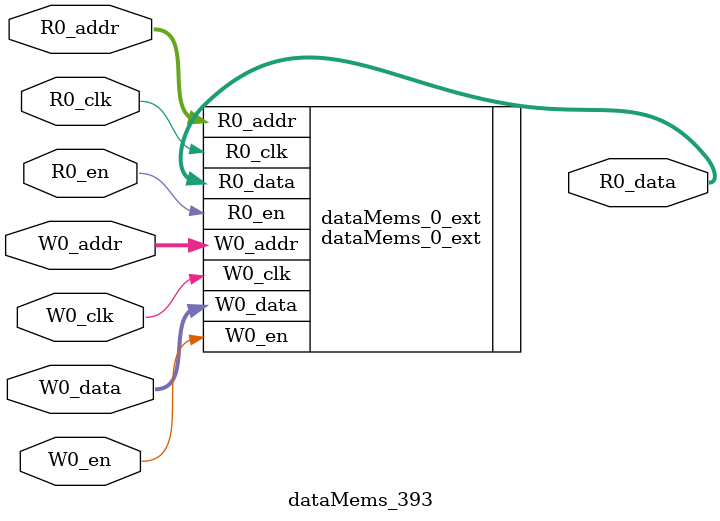
<source format=sv>
`ifndef RANDOMIZE
  `ifdef RANDOMIZE_REG_INIT
    `define RANDOMIZE
  `endif // RANDOMIZE_REG_INIT
`endif // not def RANDOMIZE
`ifndef RANDOMIZE
  `ifdef RANDOMIZE_MEM_INIT
    `define RANDOMIZE
  `endif // RANDOMIZE_MEM_INIT
`endif // not def RANDOMIZE

`ifndef RANDOM
  `define RANDOM $random
`endif // not def RANDOM

// Users can define 'PRINTF_COND' to add an extra gate to prints.
`ifndef PRINTF_COND_
  `ifdef PRINTF_COND
    `define PRINTF_COND_ (`PRINTF_COND)
  `else  // PRINTF_COND
    `define PRINTF_COND_ 1
  `endif // PRINTF_COND
`endif // not def PRINTF_COND_

// Users can define 'ASSERT_VERBOSE_COND' to add an extra gate to assert error printing.
`ifndef ASSERT_VERBOSE_COND_
  `ifdef ASSERT_VERBOSE_COND
    `define ASSERT_VERBOSE_COND_ (`ASSERT_VERBOSE_COND)
  `else  // ASSERT_VERBOSE_COND
    `define ASSERT_VERBOSE_COND_ 1
  `endif // ASSERT_VERBOSE_COND
`endif // not def ASSERT_VERBOSE_COND_

// Users can define 'STOP_COND' to add an extra gate to stop conditions.
`ifndef STOP_COND_
  `ifdef STOP_COND
    `define STOP_COND_ (`STOP_COND)
  `else  // STOP_COND
    `define STOP_COND_ 1
  `endif // STOP_COND
`endif // not def STOP_COND_

// Users can define INIT_RANDOM as general code that gets injected into the
// initializer block for modules with registers.
`ifndef INIT_RANDOM
  `define INIT_RANDOM
`endif // not def INIT_RANDOM

// If using random initialization, you can also define RANDOMIZE_DELAY to
// customize the delay used, otherwise 0.002 is used.
`ifndef RANDOMIZE_DELAY
  `define RANDOMIZE_DELAY 0.002
`endif // not def RANDOMIZE_DELAY

// Define INIT_RANDOM_PROLOG_ for use in our modules below.
`ifndef INIT_RANDOM_PROLOG_
  `ifdef RANDOMIZE
    `ifdef VERILATOR
      `define INIT_RANDOM_PROLOG_ `INIT_RANDOM
    `else  // VERILATOR
      `define INIT_RANDOM_PROLOG_ `INIT_RANDOM #`RANDOMIZE_DELAY begin end
    `endif // VERILATOR
  `else  // RANDOMIZE
    `define INIT_RANDOM_PROLOG_
  `endif // RANDOMIZE
`endif // not def INIT_RANDOM_PROLOG_

// Include register initializers in init blocks unless synthesis is set
`ifndef SYNTHESIS
  `ifndef ENABLE_INITIAL_REG_
    `define ENABLE_INITIAL_REG_
  `endif // not def ENABLE_INITIAL_REG_
`endif // not def SYNTHESIS

// Include rmemory initializers in init blocks unless synthesis is set
`ifndef SYNTHESIS
  `ifndef ENABLE_INITIAL_MEM_
    `define ENABLE_INITIAL_MEM_
  `endif // not def ENABLE_INITIAL_MEM_
`endif // not def SYNTHESIS

module dataMems_393(	// @[generators/ara/src/main/scala/UnsafeAXI4ToTL.scala:365:62]
  input  [4:0]  R0_addr,
  input         R0_en,
  input         R0_clk,
  output [66:0] R0_data,
  input  [4:0]  W0_addr,
  input         W0_en,
  input         W0_clk,
  input  [66:0] W0_data
);

  dataMems_0_ext dataMems_0_ext (	// @[generators/ara/src/main/scala/UnsafeAXI4ToTL.scala:365:62]
    .R0_addr (R0_addr),
    .R0_en   (R0_en),
    .R0_clk  (R0_clk),
    .R0_data (R0_data),
    .W0_addr (W0_addr),
    .W0_en   (W0_en),
    .W0_clk  (W0_clk),
    .W0_data (W0_data)
  );
endmodule


</source>
